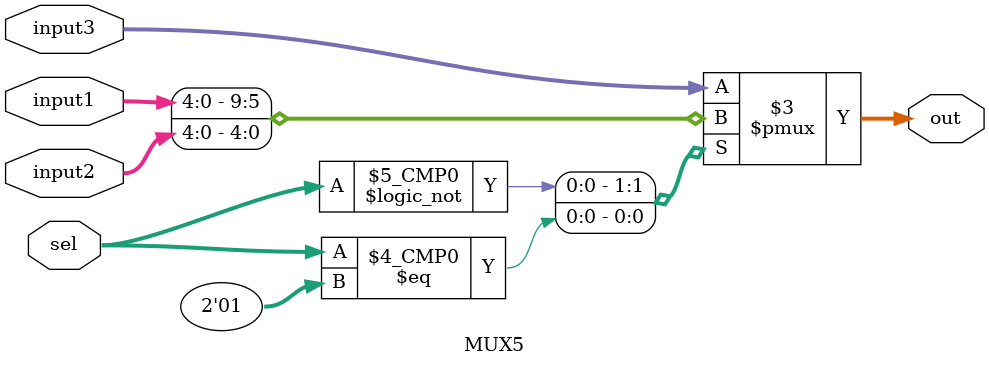
<source format=v>
`timescale 1ns / 1ps


module MUX5(
    input [4:0] input1,
    input [4:0] input2,
    input [4:0] input3,
    input [1:0] sel,
    output reg [4:0] out
    );
    always@(*)begin
        case(sel)
        2'b00:out=input1;
        2'b01:out=input2;
        default:out=input3;
        endcase
    end
endmodule

</source>
